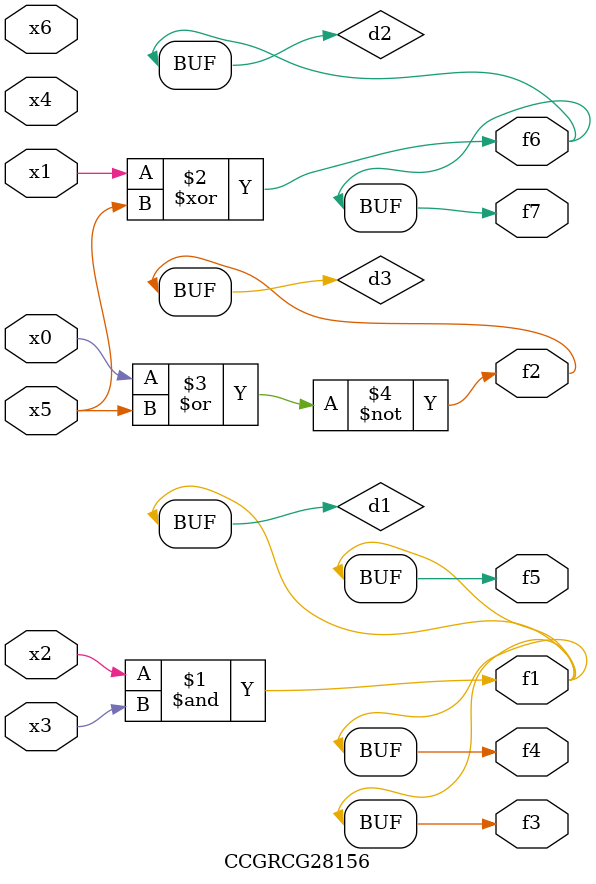
<source format=v>
module CCGRCG28156(
	input x0, x1, x2, x3, x4, x5, x6,
	output f1, f2, f3, f4, f5, f6, f7
);

	wire d1, d2, d3;

	and (d1, x2, x3);
	xor (d2, x1, x5);
	nor (d3, x0, x5);
	assign f1 = d1;
	assign f2 = d3;
	assign f3 = d1;
	assign f4 = d1;
	assign f5 = d1;
	assign f6 = d2;
	assign f7 = d2;
endmodule

</source>
